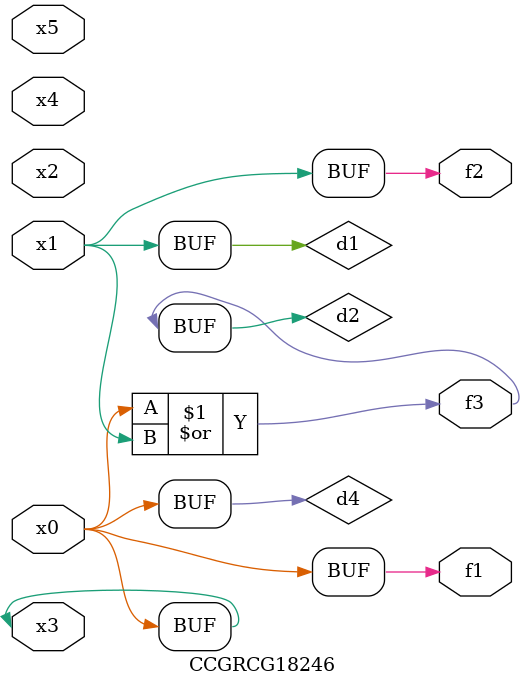
<source format=v>
module CCGRCG18246(
	input x0, x1, x2, x3, x4, x5,
	output f1, f2, f3
);

	wire d1, d2, d3, d4;

	and (d1, x1);
	or (d2, x0, x1);
	nand (d3, x0, x5);
	buf (d4, x0, x3);
	assign f1 = d4;
	assign f2 = d1;
	assign f3 = d2;
endmodule

</source>
